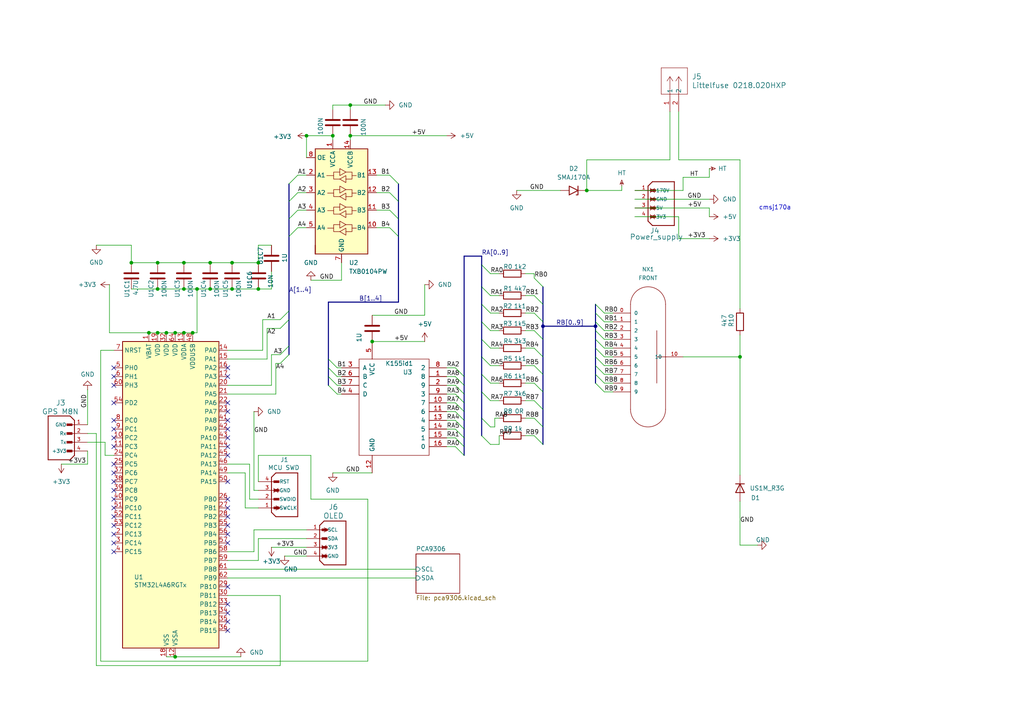
<source format=kicad_sch>
(kicad_sch (version 20250114) (generator "eeschema") (generator_version "9.0")
  (paper "A4")
  (title_block (title "One-Nixie-Tube Clock 2"))
  (text "cmsj170a" (at 224.79 60.325 0) (effects (font (size 1.27 1.27))))
  (junction (at 57.15 83.82))
  (junction (at 67.31 83.82))
  (junction (at 60.96 83.82))
  (junction (at 50.8 96.52))
  (junction (at 53.34 83.82))
  (junction (at 170.18 55.245))
  (junction (at 60.96 76.2))
  (junction (at 50.8 190.5))
  (junction (at 101.6 30.48))
  (junction (at 53.34 96.52))
  (junction (at 96.52 39.37))
  (junction (at 107.95 99.06))
  (junction (at 38.1 76.2))
  (junction (at 172.72 94.615))
  (junction (at 101.6 39.37))
  (junction (at 43.18 96.52))
  (junction (at 53.34 76.2))
  (junction (at 157.48 94.615))
  (junction (at 214.63 103.505))
  (junction (at 74.93 76.2))
  (junction (at 55.88 96.52))
  (junction (at 45.72 96.52))
  (junction (at 45.72 83.82))
  (junction (at 45.72 76.2))
  (junction (at 88.9 39.37))
  (junction (at 67.31 76.2))
  (junction (at 74.93 83.82))
  (junction (at 48.26 96.52))
  (no_connect (at 33.02 160.02))
  (no_connect (at 66.04 147.32))
  (no_connect (at 66.04 132.08))
  (no_connect (at 33.02 144.78))
  (no_connect (at 66.04 149.86))
  (no_connect (at 66.04 139.7))
  (no_connect (at 66.04 152.4))
  (no_connect (at 66.04 154.94))
  (no_connect (at 33.02 154.94))
  (no_connect (at 33.02 127))
  (no_connect (at 66.04 129.54))
  (no_connect (at 66.04 175.26))
  (no_connect (at 33.02 116.84))
  (no_connect (at 66.04 177.8))
  (no_connect (at 66.04 180.34))
  (no_connect (at 33.02 139.7))
  (no_connect (at 33.02 129.54))
  (no_connect (at 33.02 109.22))
  (no_connect (at 33.02 121.92))
  (no_connect (at 66.04 121.92))
  (no_connect (at 33.02 137.16))
  (no_connect (at 33.02 134.62))
  (no_connect (at 66.04 106.68))
  (no_connect (at 33.02 152.4))
  (no_connect (at 66.04 127))
  (no_connect (at 66.04 109.22))
  (no_connect (at 33.02 149.86))
  (no_connect (at 66.04 116.84))
  (no_connect (at 66.04 170.18))
  (no_connect (at 66.04 119.38))
  (no_connect (at 33.02 147.32))
  (no_connect (at 33.02 124.46))
  (no_connect (at 33.02 111.76))
  (no_connect (at 66.04 157.48))
  (no_connect (at 33.02 157.48))
  (no_connect (at 66.04 144.78))
  (no_connect (at 66.04 124.46))
  (no_connect (at 66.04 182.88))
  (no_connect (at 33.02 106.68))
  (no_connect (at 33.02 142.24))
  (bus_entry (at 139.7 93.345) (size 2.54 2.54))
  (bus_entry (at 154.94 121.285) (size 2.54 2.54))
  (bus_entry (at 154.94 95.885) (size 2.54 2.54))
  (bus_entry (at 132.08 114.3) (size 2.54 2.54))
  (bus_entry (at 86.36 50.8) (size -2.54 2.54))
  (bus_entry (at 154.94 100.965) (size 2.54 2.54))
  (bus_entry (at 132.08 111.76) (size 2.54 2.54))
  (bus_entry (at 95.25 104.14) (size 2.54 2.54))
  (bus_entry (at 95.25 111.76) (size 2.54 2.54))
  (bus_entry (at 172.72 103.505) (size 2.54 2.54))
  (bus_entry (at 172.72 88.265) (size 2.54 2.54))
  (bus_entry (at 172.72 98.425) (size 2.54 2.54))
  (bus_entry (at 86.36 66.04) (size -2.54 2.54))
  (bus_entry (at 95.25 106.68) (size 2.54 2.54))
  (bus_entry (at 172.72 108.585) (size 2.54 2.54))
  (bus_entry (at 132.08 127) (size 2.54 2.54))
  (bus_entry (at 172.72 95.885) (size 2.54 2.54))
  (bus_entry (at 83.82 90.17) (size -2.54 2.54))
  (bus_entry (at 139.7 76.835) (size 2.54 2.54))
  (bus_entry (at 83.82 102.87) (size -2.54 2.54))
  (bus_entry (at 139.7 113.665) (size 2.54 2.54))
  (bus_entry (at 172.72 100.965) (size 2.54 2.54))
  (bus_entry (at 139.7 126.365) (size 2.54 2.54))
  (bus_entry (at 83.82 92.71) (size -2.54 2.54))
  (bus_entry (at 139.7 83.185) (size 2.54 2.54))
  (bus_entry (at 154.94 126.365) (size 2.54 2.54))
  (bus_entry (at 139.7 108.585) (size 2.54 2.54))
  (bus_entry (at 113.03 66.04) (size 2.54 2.54))
  (bus_entry (at 132.08 106.68) (size 2.54 2.54))
  (bus_entry (at 154.94 116.205) (size 2.54 2.54))
  (bus_entry (at 132.08 124.46) (size 2.54 2.54))
  (bus_entry (at 132.08 119.38) (size 2.54 2.54))
  (bus_entry (at 83.82 100.33) (size -2.54 2.54))
  (bus_entry (at 154.94 80.645) (size 2.54 2.54))
  (bus_entry (at 132.08 129.54) (size 2.54 2.54))
  (bus_entry (at 139.7 103.505) (size 2.54 2.54))
  (bus_entry (at 154.94 106.045) (size 2.54 2.54))
  (bus_entry (at 113.03 60.96) (size 2.54 2.54))
  (bus_entry (at 139.7 88.265) (size 2.54 2.54))
  (bus_entry (at 132.08 116.84) (size 2.54 2.54))
  (bus_entry (at 139.7 98.425) (size 2.54 2.54))
  (bus_entry (at 154.94 90.805) (size 2.54 2.54))
  (bus_entry (at 172.72 106.045) (size 2.54 2.54))
  (bus_entry (at 113.03 55.88) (size 2.54 2.54))
  (bus_entry (at 154.94 85.725) (size 2.54 2.54))
  (bus_entry (at 113.03 50.8) (size 2.54 2.54))
  (bus_entry (at 154.94 111.125) (size 2.54 2.54))
  (bus_entry (at 132.08 121.92) (size 2.54 2.54))
  (bus_entry (at 86.36 55.88) (size -2.54 2.54))
  (bus_entry (at 172.72 111.125) (size 2.54 2.54))
  (bus_entry (at 172.72 90.805) (size 2.54 2.54))
  (bus_entry (at 95.25 109.22) (size 2.54 2.54))
  (bus_entry (at 172.72 93.345) (size 2.54 2.54))
  (bus_entry (at 83.82 63.5) (size 2.54 -2.54))
  (bus_entry (at 132.08 109.22) (size 2.54 2.54))
  (bus_entry (at 139.7 121.285) (size 2.54 2.54))
  (wire (pts (xy 214.63 103.505) (xy 214.63 137.795)))
  (wire (pts (xy 129.54 119.38) (xy 132.08 119.38)))
  (wire (pts (xy 86.36 60.96) (xy 88.9 60.96)))
  (wire (pts (xy 57.15 83.82) (xy 60.96 83.82)))
  (wire (pts (xy 90.17 144.78) (xy 90.17 132.08)))
  (wire (pts (xy 27.94 71.12) (xy 38.1 71.12)))
  (wire (pts (xy 129.54 106.68) (xy 132.08 106.68)))
  (wire (pts (xy 129.54 114.3) (xy 132.08 114.3)))
  (wire (pts (xy 66.04 111.76) (xy 78.74 111.76)))
  (wire (pts (xy 73.66 160.02) (xy 73.66 153.67)))
  (bus (pts (xy 95.25 104.14) (xy 95.25 106.68)))
  (wire (pts (xy 72.39 144.78) (xy 72.39 134.62)))
  (bus (pts (xy 172.72 103.505) (xy 172.72 106.045)))
  (wire (pts (xy 66.04 137.16) (xy 71.12 137.16)))
  (wire (pts (xy 107.95 99.06) (xy 123.19 99.06)))
  (wire (pts (xy 107.95 91.44) (xy 123.19 91.44)))
  (wire (pts (xy 31.75 96.52) (xy 43.18 96.52)))
  (wire (pts (xy 74.93 142.24) (xy 73.66 142.24)))
  (wire (pts (xy 67.31 83.82) (xy 74.93 83.82)))
  (wire (pts (xy 152.4 95.885) (xy 154.94 95.885)))
  (wire (pts (xy 71.12 147.32) (xy 71.12 137.16)))
  (bus (pts (xy 115.57 68.58) (xy 115.57 87.63)))
  (wire (pts (xy 152.4 116.205) (xy 154.94 116.205)))
  (wire (pts (xy 101.6 39.37) (xy 129.54 39.37)))
  (wire (pts (xy 142.24 90.805) (xy 144.78 90.805)))
  (wire (pts (xy 142.24 111.125) (xy 144.78 111.125)))
  (wire (pts (xy 27.94 193.04) (xy 81.28 193.04)))
  (wire (pts (xy 175.26 95.885) (xy 177.8 95.885)))
  (wire (pts (xy 196.85 69.215) (xy 196.85 62.865)))
  (wire (pts (xy 88.9 39.37) (xy 88.9 45.72)))
  (wire (pts (xy 196.85 46.355) (xy 214.63 46.355)))
  (wire (pts (xy 74.93 156.21) (xy 88.9 156.21)))
  (wire (pts (xy 73.66 153.67) (xy 88.9 153.67)))
  (wire (pts (xy 101.6 30.48) (xy 111.76 30.48)))
  (bus (pts (xy 139.7 121.285) (xy 139.7 126.365)))
  (wire (pts (xy 152.4 90.805) (xy 154.94 90.805)))
  (wire (pts (xy 96.52 30.48) (xy 101.6 30.48)))
  (bus (pts (xy 134.62 127) (xy 134.62 129.54)))
  (wire (pts (xy 27.94 193.04) (xy 27.94 125.73)))
  (bus (pts (xy 157.48 108.585) (xy 157.48 103.505)))
  (wire (pts (xy 109.22 50.8) (xy 113.03 50.8)))
  (wire (pts (xy 175.26 98.425) (xy 177.8 98.425)))
  (bus (pts (xy 172.72 90.805) (xy 172.72 93.345)))
  (wire (pts (xy 96.52 137.16) (xy 107.95 137.16)))
  (wire (pts (xy 142.24 95.885) (xy 144.78 95.885)))
  (wire (pts (xy 154.94 79.375) (xy 154.94 80.645)))
  (wire (pts (xy 106.68 191.77) (xy 106.68 144.78)))
  (wire (pts (xy 109.22 55.88) (xy 113.03 55.88)))
  (bus (pts (xy 95.25 109.22) (xy 95.25 111.76)))
  (wire (pts (xy 143.51 123.825) (xy 143.51 121.285)))
  (wire (pts (xy 29.21 191.77) (xy 29.21 101.6)))
  (wire (pts (xy 184.15 60.325) (xy 205.74 60.325)))
  (wire (pts (xy 175.26 111.125) (xy 177.8 111.125)))
  (wire (pts (xy 142.24 116.205) (xy 144.78 116.205)))
  (wire (pts (xy 143.51 121.285) (xy 144.78 121.285)))
  (wire (pts (xy 90.17 81.28) (xy 99.06 81.28)))
  (wire (pts (xy 29.21 101.6) (xy 33.02 101.6)))
  (wire (pts (xy 144.78 128.905) (xy 144.78 126.365)))
  (wire (pts (xy 152.4 111.125) (xy 154.94 111.125)))
  (wire (pts (xy 175.26 90.805) (xy 177.8 90.805)))
  (wire (pts (xy 66.04 162.56) (xy 74.93 162.56)))
  (bus (pts (xy 139.7 93.345) (xy 139.7 98.425)))
  (bus (pts (xy 134.62 114.3) (xy 134.62 116.84)))
  (bus (pts (xy 134.62 74.295) (xy 139.7 74.295)))
  (bus (pts (xy 157.48 123.825) (xy 157.48 128.905)))
  (bus (pts (xy 134.62 129.54) (xy 134.62 132.08)))
  (wire (pts (xy 96.52 39.37) (xy 96.52 40.64)))
  (wire (pts (xy 129.54 129.54) (xy 132.08 129.54)))
  (bus (pts (xy 139.7 76.835) (xy 139.7 83.185)))
  (wire (pts (xy 142.24 79.375) (xy 144.78 79.375)))
  (wire (pts (xy 106.68 144.78) (xy 90.17 144.78)))
  (wire (pts (xy 214.63 145.415) (xy 214.63 158.115)))
  (wire (pts (xy 66.04 101.6) (xy 76.2 101.6)))
  (wire (pts (xy 78.74 83.82) (xy 78.74 78.74)))
  (bus (pts (xy 83.82 58.42) (xy 83.82 63.5)))
  (bus (pts (xy 172.72 100.965) (xy 172.72 103.505)))
  (bus (pts (xy 139.7 113.665) (xy 139.7 121.285)))
  (wire (pts (xy 196.85 46.355) (xy 196.85 32.385)))
  (wire (pts (xy 129.54 111.76) (xy 132.08 111.76)))
  (wire (pts (xy 86.36 55.88) (xy 88.9 55.88)))
  (wire (pts (xy 81.28 193.04) (xy 81.28 172.72)))
  (wire (pts (xy 66.04 160.02) (xy 73.66 160.02)))
  (wire (pts (xy 152.4 79.375) (xy 154.94 79.375)))
  (wire (pts (xy 78.74 158.75) (xy 88.9 158.75)))
  (wire (pts (xy 152.4 121.285) (xy 154.94 121.285)))
  (wire (pts (xy 80.01 114.3) (xy 80.01 105.41)))
  (bus (pts (xy 139.7 83.185) (xy 139.7 88.265)))
  (wire (pts (xy 66.04 165.1) (xy 120.65 165.1)))
  (wire (pts (xy 30.48 132.08) (xy 30.48 128.27)))
  (wire (pts (xy 184.15 55.245) (xy 198.12 55.245)))
  (wire (pts (xy 97.79 109.22) (xy 99.06 109.22)))
  (wire (pts (xy 53.34 76.2) (xy 60.96 76.2)))
  (bus (pts (xy 172.72 94.615) (xy 172.72 95.885)))
  (bus (pts (xy 157.48 93.345) (xy 157.48 88.265)))
  (bus (pts (xy 95.25 87.63) (xy 115.57 87.63)))
  (bus (pts (xy 172.72 90.805) (xy 172.72 88.265)))
  (wire (pts (xy 45.72 96.52) (xy 48.26 96.52)))
  (bus (pts (xy 83.82 63.5) (xy 83.82 68.58)))
  (wire (pts (xy 142.24 100.965) (xy 144.78 100.965)))
  (wire (pts (xy 45.72 83.82) (xy 53.34 83.82)))
  (bus (pts (xy 172.72 93.345) (xy 172.72 94.615)))
  (wire (pts (xy 66.04 167.64) (xy 120.65 167.64)))
  (wire (pts (xy 152.4 85.725) (xy 154.94 85.725)))
  (wire (pts (xy 175.26 100.965) (xy 177.8 100.965)))
  (wire (pts (xy 74.93 147.32) (xy 71.12 147.32)))
  (wire (pts (xy 198.12 51.435) (xy 205.74 51.435)))
  (bus (pts (xy 172.72 106.045) (xy 172.72 108.585)))
  (wire (pts (xy 198.12 51.435) (xy 198.12 55.245)))
  (wire (pts (xy 80.01 105.41) (xy 81.28 105.41)))
  (wire (pts (xy 90.17 132.08) (xy 74.93 132.08)))
  (wire (pts (xy 175.26 108.585) (xy 177.8 108.585)))
  (wire (pts (xy 175.26 103.505) (xy 177.8 103.505)))
  (wire (pts (xy 74.93 83.82) (xy 78.74 83.82)))
  (wire (pts (xy 66.04 104.14) (xy 77.47 104.14)))
  (bus (pts (xy 157.48 88.265) (xy 157.48 83.185)))
  (wire (pts (xy 67.31 76.2) (xy 74.93 76.2)))
  (wire (pts (xy 29.21 191.77) (xy 106.68 191.77)))
  (wire (pts (xy 99.06 76.2) (xy 99.06 81.28)))
  (wire (pts (xy 101.6 31.75) (xy 101.6 30.48)))
  (wire (pts (xy 53.34 83.82) (xy 57.15 83.82)))
  (wire (pts (xy 142.24 123.825) (xy 143.51 123.825)))
  (wire (pts (xy 86.36 50.8) (xy 88.9 50.8)))
  (wire (pts (xy 97.79 106.68) (xy 99.06 106.68)))
  (bus (pts (xy 95.25 87.63) (xy 95.25 104.14)))
  (wire (pts (xy 74.93 71.12) (xy 78.74 71.12)))
  (wire (pts (xy 25.4 113.03) (xy 25.4 123.19)))
  (wire (pts (xy 129.54 121.92) (xy 132.08 121.92)))
  (wire (pts (xy 129.54 124.46) (xy 132.08 124.46)))
  (bus (pts (xy 134.62 124.46) (xy 134.62 127)))
  (wire (pts (xy 180.34 55.245) (xy 180.34 53.975)))
  (bus (pts (xy 95.25 106.68) (xy 95.25 109.22)))
  (wire (pts (xy 88.9 39.37) (xy 96.52 39.37)))
  (wire (pts (xy 27.94 125.73) (xy 25.4 125.73)))
  (bus (pts (xy 157.48 118.745) (xy 157.48 113.665)))
  (wire (pts (xy 50.8 96.52) (xy 53.34 96.52)))
  (wire (pts (xy 30.48 128.27) (xy 25.4 128.27)))
  (wire (pts (xy 45.72 76.2) (xy 53.34 76.2)))
  (wire (pts (xy 48.26 190.5) (xy 50.8 190.5)))
  (bus (pts (xy 172.72 95.885) (xy 172.72 98.425)))
  (wire (pts (xy 78.74 102.87) (xy 81.28 102.87)))
  (wire (pts (xy 60.96 83.82) (xy 67.31 83.82)))
  (wire (pts (xy 152.4 106.045) (xy 154.94 106.045)))
  (wire (pts (xy 142.24 106.045) (xy 144.78 106.045)))
  (wire (pts (xy 25.4 134.62) (xy 25.4 130.81)))
  (wire (pts (xy 123.19 82.55) (xy 123.19 91.44)))
  (wire (pts (xy 152.4 100.965) (xy 154.94 100.965)))
  (wire (pts (xy 17.78 134.62) (xy 25.4 134.62)))
  (bus (pts (xy 157.48 103.505) (xy 157.48 98.425)))
  (wire (pts (xy 57.15 83.82) (xy 57.15 96.52)))
  (wire (pts (xy 77.47 104.14) (xy 77.47 95.25)))
  (wire (pts (xy 175.26 113.665) (xy 177.8 113.665)))
  (wire (pts (xy 214.63 103.505) (xy 198.12 103.505)))
  (bus (pts (xy 139.7 103.505) (xy 139.7 108.585)))
  (bus (pts (xy 134.62 116.84) (xy 134.62 119.38)))
  (wire (pts (xy 74.93 71.12) (xy 74.93 76.2)))
  (wire (pts (xy 66.04 134.62) (xy 72.39 134.62)))
  (bus (pts (xy 157.48 113.665) (xy 157.48 108.585)))
  (wire (pts (xy 74.93 132.08) (xy 74.93 139.7)))
  (wire (pts (xy 76.2 101.6) (xy 76.2 92.71)))
  (wire (pts (xy 55.88 96.52) (xy 57.15 96.52)))
  (wire (pts (xy 78.74 111.76) (xy 78.74 102.87)))
  (bus (pts (xy 134.62 119.38) (xy 134.62 121.92)))
  (wire (pts (xy 43.18 96.52) (xy 45.72 96.52)))
  (wire (pts (xy 66.04 114.3) (xy 80.01 114.3)))
  (bus (pts (xy 134.62 111.76) (xy 134.62 114.3)))
  (wire (pts (xy 76.2 92.71) (xy 81.28 92.71)))
  (wire (pts (xy 86.36 66.04) (xy 88.9 66.04)))
  (bus (pts (xy 139.7 74.295) (xy 139.7 76.835)))
  (wire (pts (xy 38.1 83.82) (xy 45.72 83.82)))
  (wire (pts (xy 175.26 106.045) (xy 177.8 106.045)))
  (bus (pts (xy 172.72 108.585) (xy 172.72 111.125)))
  (wire (pts (xy 170.18 46.355) (xy 194.31 46.355)))
  (bus (pts (xy 83.82 53.34) (xy 83.82 58.42)))
  (wire (pts (xy 205.74 60.325) (xy 205.74 62.865)))
  (wire (pts (xy 96.52 31.75) (xy 96.52 30.48)))
  (bus (pts (xy 134.62 121.92) (xy 134.62 124.46)))
  (wire (pts (xy 214.63 97.155) (xy 214.63 103.505)))
  (bus (pts (xy 83.82 92.71) (xy 83.82 100.33)))
  (bus (pts (xy 115.57 53.34) (xy 115.57 58.42)))
  (bus (pts (xy 139.7 98.425) (xy 139.7 103.505)))
  (bus (pts (xy 139.7 88.265) (xy 139.7 93.345)))
  (wire (pts (xy 31.75 82.55) (xy 31.75 96.52)))
  (bus (pts (xy 115.57 58.42) (xy 115.57 63.5)))
  (bus (pts (xy 139.7 108.585) (xy 139.7 113.665)))
  (wire (pts (xy 74.93 162.56) (xy 74.93 156.21)))
  (wire (pts (xy 50.8 190.5) (xy 69.85 190.5)))
  (wire (pts (xy 142.24 128.905) (xy 144.78 128.905)))
  (bus (pts (xy 157.48 94.615) (xy 172.72 94.615)))
  (wire (pts (xy 82.55 161.29) (xy 88.9 161.29)))
  (bus (pts (xy 172.72 98.425) (xy 172.72 100.965)))
  (wire (pts (xy 152.4 126.365) (xy 154.94 126.365)))
  (bus (pts (xy 83.82 90.17) (xy 83.82 92.71)))
  (wire (pts (xy 170.18 55.245) (xy 180.34 55.245)))
  (wire (pts (xy 142.24 85.725) (xy 144.78 85.725)))
  (wire (pts (xy 129.54 109.22) (xy 132.08 109.22)))
  (wire (pts (xy 205.74 51.435) (xy 205.74 48.895)))
  (wire (pts (xy 60.96 76.2) (xy 67.31 76.2)))
  (bus (pts (xy 115.57 63.5) (xy 115.57 68.58)))
  (wire (pts (xy 109.22 60.96) (xy 113.03 60.96)))
  (wire (pts (xy 214.63 46.355) (xy 214.63 89.535)))
  (wire (pts (xy 219.71 158.115) (xy 214.63 158.115)))
  (wire (pts (xy 184.15 62.865) (xy 196.85 62.865)))
  (wire (pts (xy 129.54 116.84) (xy 132.08 116.84)))
  (wire (pts (xy 97.79 114.3) (xy 99.06 114.3)))
  (bus (pts (xy 157.48 94.615) (xy 157.48 93.345)))
  (wire (pts (xy 53.34 96.52) (xy 55.88 96.52)))
  (wire (pts (xy 184.15 57.785) (xy 205.74 57.785)))
  (wire (pts (xy 109.22 66.04) (xy 113.03 66.04)))
  (wire (pts (xy 66.04 172.72) (xy 81.28 172.72)))
  (wire (pts (xy 77.47 95.25) (xy 81.28 95.25)))
  (wire (pts (xy 38.1 71.12) (xy 38.1 76.2)))
  (wire (pts (xy 30.48 132.08) (xy 33.02 132.08)))
  (wire (pts (xy 38.1 76.2) (xy 45.72 76.2)))
  (bus (pts (xy 134.62 109.22) (xy 134.62 111.76)))
  (wire (pts (xy 48.26 96.52) (xy 50.8 96.52)))
  (bus (pts (xy 157.48 98.425) (xy 157.48 94.615)))
  (bus (pts (xy 157.48 123.825) (xy 157.48 118.745)))
  (wire (pts (xy 73.66 142.24) (xy 73.66 119.38)))
  (wire (pts (xy 170.18 46.355) (xy 170.18 55.245)))
  (wire (pts (xy 101.6 39.37) (xy 101.6 40.64)))
  (bus (pts (xy 83.82 100.33) (xy 83.82 102.87)))
  (wire (pts (xy 194.31 46.355) (xy 194.31 32.385)))
  (wire (pts (xy 129.54 127) (xy 132.08 127)))
  (wire (pts (xy 74.93 144.78) (xy 72.39 144.78)))
  (bus (pts (xy 134.62 74.295) (xy 134.62 109.22)))
  (wire (pts (xy 175.26 93.345) (xy 177.8 93.345)))
  (wire (pts (xy 196.85 69.215) (xy 205.74 69.215)))
  (wire (pts (xy 149.86 55.245) (xy 162.56 55.245)))
  (bus (pts (xy 83.82 68.58) (xy 83.82 90.17)))
  (wire (pts (xy 97.79 111.76) (xy 99.06 111.76)))
  (label "GND" (at 92.71 81.28 0))
  (label "A1" (at 86.36 50.8 0))
  (label "RB6" (at 152.4 111.125 0))
  (label "B4" (at 97.79 114.3 0))
  (label "RB8" (at 152.4 121.285 0))
  (label "GND" (at 199.39 57.785 0))
  (label "RB2" (at 175.26 95.885 0))
  (label "RA6" (at 142.24 111.125 0))
  (label "GND" (at 114.3 91.44 0))
  (label "RB4" (at 152.4 100.965 0))
  (label "A4" (at 86.36 66.04 0))
  (label "RA8" (at 143.51 121.285 0))
  (label "B3" (at 97.79 111.76 0))
  (label "RA1" (at 129.54 127 0))
  (label "B2" (at 110.49 55.88 0))
  (label "RA7" (at 129.54 116.84 0))
  (label "RA2" (at 129.54 106.68 0))
  (label "RB9" (at 175.26 113.665 0))
  (label "+3V3" (at 199.39 69.215 0))
  (label "RA3" (at 129.54 114.3 0))
  (label "RB6" (at 175.26 106.045 0))
  (label "+3V3" (at 80.01 158.75 0))
  (label "RA0" (at 129.54 129.54 0))
  (label "RA4" (at 129.54 121.92 0))
  (label "GND" (at 153.67 55.245 0))
  (label "RA3" (at 142.24 95.885 0))
  (label "GND" (at 25.4 114.3 270))
  (label "GND" (at 100.33 137.16 0))
  (label "+5V" (at 199.39 60.325 0))
  (label "B4" (at 110.49 66.04 0))
  (label "RB3" (at 152.4 95.885 0))
  (label "B[1..4]" (at 104.14 87.63 0))
  (label "A3" (at 79.375 102.87 0))
  (label "A3" (at 86.36 60.96 0))
  (label "A2" (at 77.47 97.155 0))
  (label "RB0" (at 175.26 90.805 0))
  (label "RB9" (at 152.4 126.365 0))
  (label "RB5" (at 152.4 106.045 0))
  (label "RB2" (at 152.4 90.805 0))
  (label "RB[0..9]" (at 161.29 94.615 0))
  (label "B2" (at 97.79 109.22 0))
  (label "RB3" (at 175.26 98.425 0))
  (label "RB7" (at 175.26 108.585 0))
  (label "RB0" (at 154.94 80.645 0))
  (label "RA0" (at 142.24 79.375 0))
  (label "RA[0..9]" (at 139.7 74.295 0))
  (label "B1" (at 110.49 50.8 0))
  (label "+3V3" (at 19.685 134.62 0))
  (label "A1" (at 77.47 92.71 0))
  (label "RA9" (at 129.54 111.76 0))
  (label "RA8" (at 129.54 109.22 0))
  (label "RA2" (at 142.24 90.805 0))
  (label "A[1..4]" (at 83.82 85.09 0))
  (label "RB1" (at 152.4 85.725 0))
  (label "RA9" (at 144.78 126.365 0))
  (label "+5V" (at 119.38 39.37 0))
  (label "+5V" (at 114.3 99.06 0))
  (label "HT" (at 200.0633 51.435 0))
  (label "RB5" (at 175.26 103.505 0))
  (label "RB1" (at 175.26 93.345 0))
  (label "GND" (at 105.41 30.48 0))
  (label "GND" (at 214.63 151.765 0))
  (label "GND" (at 85.09 161.29 0))
  (label "A2" (at 86.36 55.88 0))
  (label "B1" (at 97.79 106.68 0))
  (label "RB4" (at 175.26 100.965 0))
  (label "RA4" (at 142.24 100.965 0))
  (label "B3" (at 110.49 60.96 0))
  (label "GND" (at 73.66 125.73 0))
  (label "RA1" (at 142.24 85.725 0))
  (label "RB8" (at 175.26 111.125 0))
  (label "RA7" (at 142.24 116.205 0))
  (label "RA6" (at 129.54 119.38 0))
  (label "RB7" (at 152.4 116.205 0))
  (label "RA5" (at 129.54 124.46 0))
  (label "RA5" (at 142.24 106.045 0))
  (label "A4" (at 80.01 107.315 0))
  (symbol (lib_id "power:HT") (at 205.74 48.895 270) (unit 1)
    (property "Reference" "#PWR01" (effects (hide yes)))
    (property "Value" "HT" (at 208.28 48.895 90) (effects (justify left)))
    (property "Description" "Power symbol creates a global label with name \"HT\"" (effects (hide yes)))
  )
  (symbol (lib_name "GND_4") (lib_id "power:GND") (at 69.85 190.5 180) (unit 1)
    (property "Reference" "#PWR08" (effects (hide yes)))
    (property "Value" "GND" (at 72.39 189.2299 0) (effects (justify right)))
    (property "Description" "Power symbol creates a global label with name \"GND\" , ground" (effects (hide yes)))
  )
  (symbol (lib_id "Device:C") (at 60.96 80.01 0) (unit 1)
    (property "Reference" "U1C4" (at 59.055 86.36 90) (effects (justify left)))
    (property "Value" "100N" (at 62.865 86.36 90) (effects (justify left)))
    (property "Footprint" "Capacitor_SMD:C_0603_1608Metric" (effects (hide yes)))
  )
  (symbol (lib_id "Logic_LevelTranslator:TXB0104PW") (at 99.06 58.42 0) (unit 1)
    (property "Reference" "U2" (at 101.2033 76.2 0) (effects (justify left)))
    (property "Value" "TXB0104PW" (at 101.2033 78.74 0) (effects (justify left)))
    (property "Footprint" "Package_SO:TSSOP-14_4.4x5mm_P0.65mm" (effects (hide yes)))
    (property "Datasheet" "http://www.ti.com/lit/ds/symlink/txb0104.pdf" (effects (hide yes)))
    (property "Description" "4-Bit Bidirectional Voltage-Level Translator, Auto Direction Sensing and ±15-kV ESD Protection, 1.2 - 3.6V APort, 1.65 - 5.5V BPort, TSSOP-14" (effects (hide yes)))
  )
  (symbol (lib_name "+3V3_5") (lib_id "power:+3V3") (at 78.74 158.75 180) (unit 1)
    (property "Reference" "#PWR021" (effects (hide yes)))
    (property "Value" "+3V3" (at 78.74 162.814 0))
    (property "Description" "Power symbol creates a global label with name \"+3V3\"" (effects (hide yes)))
  )
  (symbol (lib_name "GND_7") (lib_id "power:GND") (at 123.19 82.55 90) (unit 1)
    (property "Reference" "#PWR014" (effects (hide yes)))
    (property "Value" "GND" (at 127 82.5499 90) (effects (justify right)))
    (property "Description" "Power symbol creates a global label with name \"GND\" , ground" (effects (hide yes)))
  )
  (symbol (lib_id "power:+5V") (at 205.74 62.865 270) (unit 1)
    (property "Reference" "#PWR03" (effects (hide yes)))
    (property "Value" "+5V" (at 209.55 62.8649 90) (effects (justify left)))
    (property "Description" "Power symbol creates a global label with name \"+5V\"" (effects (hide yes)))
  )
  (symbol (lib_id "Device:C") (at 101.6 35.56 180) (unit 1)
    (property "Reference" "U2C2" (effects (hide yes)))
    (property "Value" "100N" (at 105.41 34.29 90) (effects (justify left)))
    (property "Footprint" "Capacitor_SMD:C_0805_2012Metric" (effects (hide yes)))
  )
  (symbol (lib_id "Device:R") (at 148.59 85.725 270) (unit 1)
    (property "Reference" "R1" (at 147.32 83.693 90))
    (property "Value" "4k7" (at 150.876 83.693 90))
    (property "Footprint" "Resistor_SMD:R_1206_3216Metric" (effects (hide yes)))
  )
  (symbol (lib_name "+5V_3") (lib_id "power:+5V") (at 123.19 99.06 0) (unit 1)
    (property "Reference" "#PWR015" (effects (hide yes)))
    (property "Value" "+5V" (at 123.19 93.98 0))
    (property "Description" "Power symbol creates a global label with name \"+5V\"" (effects (hide yes)))
  )
  (symbol (lib_name "+3V3_2") (lib_id "power:+3V3") (at 88.9 39.37 90) (unit 1)
    (property "Reference" "#PWR011" (effects (hide yes)))
    (property "Value" "+3V3" (at 84.548 39.6195 90) (effects (justify left)))
    (property "Description" "Power symbol creates a global label with name \"+3V3\"" (effects (hide yes)))
  )
  (symbol (lib_id "Diode:SMAJ170A") (at 166.37 55.245 180) (unit 1)
    (property "Reference" "D2" (at 166.37 48.895 0))
    (property "Value" "SMAJ170A" (at 166.37 51.435 0))
    (property "Footprint" "Diode_SMD:D_SMA" (effects (hide yes)))
    (property "Datasheet" "https://www.littelfuse.com/media?resourcetype=datasheets&itemid=75e32973-b177-4ee3-a0ff-cedaf1abdb93&filename=smaj-datasheet" (effects (hide yes)))
    (property "Description" "400W unidirectional Transient Voltage Suppressor, 170.0Vr, SMA(DO-214AC)" (effects (hide yes)))
  )
  (symbol (lib_name "+3V3_3") (lib_id "power:+3V3") (at 31.75 82.55 90) (unit 1)
    (property "Reference" "#PWR012" (effects (hide yes)))
    (property "Value" "+3V3" (at 27.94 82.5499 90) (effects (justify left)))
    (property "Description" "Power symbol creates a global label with name \"+3V3\"" (effects (hide yes)))
  )
  (symbol (lib_id "Device:R") (at 148.59 100.965 90) (unit 1)
    (property "Reference" "R4" (at 147.32 98.933 90))
    (property "Value" "3k3" (at 150.876 98.933 90))
    (property "Footprint" "Resistor_SMD:R_1206_3216Metric" (effects (hide yes)))
  )
  (symbol (lib_id "Device:R") (at 148.59 106.045 90) (unit 1)
    (property "Reference" "R5" (at 147.32 104.013 90))
    (property "Value" "1k1" (at 150.876 104.013 90))
    (property "Footprint" "Resistor_SMD:R_1206_3216Metric" (effects (hide yes)))
  )
  (symbol (lib_id "Device:R") (at 148.59 90.805 90) (unit 1)
    (property "Reference" "R2" (at 148.59 88.773 90) (effects (justify left)))
    (property "Value" "1k1" (at 152.654 88.773 90) (effects (justify left)))
    (property "Footprint" "Resistor_SMD:R_1206_3216Metric" (effects (hide yes)))
  )
  (symbol (lib_id "Device:R") (at 214.63 93.345 0) (unit 1)
    (property "Reference" "R10" (at 212.09 94.869 90) (effects (justify left)))
    (property "Value" "4k7" (at 210.058 94.869 90) (effects (justify left)))
    (property "Footprint" "Resistor_SMD:R_2512_6332Metric" (effects (hide yes)))
  )
  (symbol (lib_id "JST-XH-B4B-OPWER:B4B-XH-B4B-POWER") (at 191.77 57.785 0) (unit 1)
    (property "Reference" "J4" (at 188.468 66.929 0) (effects (font (size 1.524 1.524)) (justify left)))
    (property "Value" "Power_supply" (at 182.626 68.707 0) (effects (font (size 1.524 1.524)) (justify left)))
    (property "Footprint" "Connector_JST:JST_XH_B4B-XH-A_1x04_P2.50mm_Vertical" (effects (hide yes)))
    (property "PARTREV" "7/4/21" (effects (hide yes)))
    (property "STANDARD" "Manufacturer Recommendations" (effects (hide yes)))
    (property "MAXIMUM_PACKAGE_HEIGHT" "7.00 mm" (effects (hide yes)))
    (property "MANUFACTURER" "JST" (effects (hide yes)))
  )
  (symbol (lib_name "+3V3_4") (lib_id "power:+3V3") (at 17.78 134.62 180) (unit 1)
    (property "Reference" "#PWR020" (effects (hide yes)))
    (property "Value" "+3V3" (at 17.78 139.7 0))
    (property "Description" "Power symbol creates a global label with name \"+3V3\"" (effects (hide yes)))
  )
  (symbol (lib_id "Device:C") (at 107.95 95.25 180) (unit 1)
    (property "Reference" "U3C1" (effects (hide yes)))
    (property "Value" "1U" (at 104.14 96.52 90) (effects (justify left)))
    (property "Footprint" "Capacitor_SMD:C_0805_2012Metric" (effects (hide yes)))
  )
  (symbol (lib_name "GND_8") (lib_id "power:GND") (at 149.86 55.245 0) (unit 1)
    (property "Reference" "#PWR016" (effects (hide yes)))
    (property "Value" "GND" (at 149.86 60.325 0))
    (property "Description" "Power symbol creates a global label with name \"GND\" , ground" (effects (hide yes)))
  )
  (symbol (lib_name "GND_5") (lib_id "power:GND") (at 96.52 137.16 0) (unit 1)
    (property "Reference" "#PWR09" (effects (hide yes)))
    (property "Value" "GND" (at 96.52 142.24 0))
    (property "Description" "Power symbol creates a global label with name \"GND\" , ground" (effects (hide yes)))
  )
  (symbol (lib_id "Device:C") (at 96.52 35.56 180) (unit 1)
    (property "Reference" "U2C1" (effects (hide yes)))
    (property "Value" "100N" (at 92.964 34.036 90) (effects (justify left)))
    (property "Footprint" "Capacitor_SMD:C_0805_2012Metric" (effects (hide yes)))
  )
  (symbol (lib_name "+5V_2") (lib_id "power:+5V") (at 129.54 39.37 270) (unit 1)
    (property "Reference" "#PWR013" (effects (hide yes)))
    (property "Value" "+5V" (at 133.35 39.3699 90) (effects (justify left)))
    (property "Description" "Power symbol creates a global label with name \"+5V\"" (effects (hide yes)))
  )
  (symbol (lib_name "GND_6") (lib_id "power:GND") (at 27.94 71.12 0) (unit 1)
    (property "Reference" "#PWR02" (effects (hide yes)))
    (property "Value" "GND" (at 27.94 76.1146 0))
    (property "Description" "Power symbol creates a global label with name \"GND\" , ground" (effects (hide yes)))
  )
  (symbol (lib_id "Device:R") (at 148.59 79.375 90) (unit 1)
    (property "Reference" "R0" (at 147.32 77.343 90))
    (property "Value" "1k2" (at 150.876 77.343 90))
    (property "Footprint" "Resistor_SMD:R_1206_3216Metric" (effects (hide yes)))
  )
  (symbol (lib_id "Device:R") (at 148.59 121.285 270) (mirror x) (unit 1)
    (property "Reference" "R8" (at 147.32 119.253 90))
    (property "Value" "0R" (at 150.622 119.253 90))
    (property "Footprint" "Resistor_SMD:R_1206_3216Metric" (effects (hide yes)))
  )
  (symbol (lib_name "GND_12") (lib_id "power:GND") (at 82.55 161.29 0) (unit 1)
    (property "Reference" "#PWR022" (effects (hide yes)))
    (property "Value" "GND" (at 84.328 165.1 0))
    (property "Description" "Power symbol creates a global label with name \"GND\" , ground" (effects (hide yes)))
  )
  (symbol (lib_id "Device:C") (at 38.1 80.01 0) (unit 1)
    (property "Reference" "U1C1" (at 36.83 86.36 90) (effects (justify left)))
    (property "Value" "4.7U" (at 39.37 85.725 90) (effects (justify left)))
    (property "Footprint" "Capacitor_SMD:C_0603_1608Metric" (effects (hide yes)))
  )
  (symbol (lib_id "Device:C") (at 74.93 80.01 0) (unit 1)
    (property "Reference" "U1C6" (at 72.39 83.82 90) (effects (justify left)))
    (property "Value" "10N" (at 78.486 83.566 90) (effects (justify left)))
    (property "Footprint" "Capacitor_SMD:C_0603_1608Metric" (effects (hide yes)))
  )
  (symbol (lib_id "stm32:STM32L4A6RGTx_OKOKOK") (at 48.26 144.78 0) (unit 1)
    (property "Reference" "U1" (at 38.862 167.386 0) (effects (justify left)))
    (property "Value" "STM32L4A6RGTx" (at 38.862 169.672 0) (effects (justify left)))
    (property "Footprint" "Package_QFP:LQFP-64_10x10mm_P0.5mm" (effects (hide yes)))
    (property "Datasheet" "https://www.st.com/resource/en/datasheet/stm32l4a6rg.pdf" (effects (hide yes)))
    (property "Description" "STMicroelectronics Arm Cortex-M4 MCU, 1024KB flash, 320KB RAM, 80 MHz, 1.71-3.6V, 52 GPIO, LQFP64" (effects (hide yes)))
  )
  (symbol (lib_name "GND_2") (lib_id "power:GND") (at 111.76 30.48 90) (unit 1)
    (property "Reference" "#PWR06" (effects (hide yes)))
    (property "Value" "GND" (at 115.57 30.4799 90) (effects (justify right)))
    (property "Description" "Power symbol creates a global label with name \"GND\" , ground" (effects (hide yes)))
  )
  (symbol (lib_id "nixiennixie:nixienixie") (at 187.96 106.045 0) (unit 1)
    (property "Reference" "NX1" (at 187.96 78.105 0) (effects (font (size 1.143 1.143))))
    (property "Value" "FRONT" (at 187.96 80.645 0) (effects (font (size 1.143 1.143))))
    (property "Footprint" "Nixie:nixie_socket_manual" (effects (hide yes)))
  )
  (symbol (lib_id "Device:R") (at 148.59 116.205 90) (unit 1)
    (property "Reference" "R7" (at 147.32 114.173 90))
    (property "Value" "3k6" (at 150.876 114.173 90))
    (property "Footprint" "Resistor_SMD:R_1206_3216Metric" (effects (hide yes)))
  )
  (symbol (lib_id "power:HT") (at 180.34 53.975 0) (unit 1)
    (property "Reference" "#PWR010" (effects (hide yes)))
    (property "Value" "HT" (at 180.34 50.1668 0))
    (property "Description" "Power symbol creates a global label with name \"HT\"" (effects (hide yes)))
  )
  (symbol (lib_id "power:GND") (at 205.74 57.785 90) (unit 1)
    (property "Reference" "#PWR017" (effects (hide yes)))
    (property "Value" "GND" (at 209.55 57.7849 90) (effects (justify right)))
    (property "Description" "Power symbol creates a global label with name \"GND\" , ground" (effects (hide yes)))
  )
  (symbol (lib_id "Diode:US1M") (at 214.63 141.605 270) (unit 1)
    (property "Reference" "D1" (at 220.472 144.399 90) (effects (justify right)))
    (property "Value" "US1M_R3G" (at 227.584 141.605 90) (effects (justify right)))
    (property "Footprint" "Diode_SMD:D_SMA" (effects (hide yes)))
    (property "Datasheet" "https://www.diodes.com/assets/Datasheets/ds16008.pdf" (effects (hide yes)))
    (property "Description" "1000V, 1A, General Purpose Rectifier Diode, SMA(DO-214AC)" (effects (hide yes)))
    (property "PARTREV" "L2102" (effects (hide yes)))
    (property "MANUFACTURER" "Taiwan Semiconductor" (effects (hide yes)))
    (property "MAXIMUM_PACKAGE_HEIGHT" "2.5 mm" (effects (hide yes)))
    (property "STANDARD" "IPC-7351B" (effects (hide yes)))
    (property "Sim.Device" "D" (effects (hide yes)))
    (property "Sim.Pins" "1=K 2=A" (effects (hide yes)))
  )
  (symbol (lib_id "Device:R") (at 148.59 111.125 270) (unit 1)
    (property "Reference" "R6" (at 147.32 109.093 90))
    (property "Value" "1k1" (at 150.876 109.093 90))
    (property "Footprint" "Resistor_SMD:R_1206_3216Metric" (effects (hide yes)))
  )
  (symbol (lib_name "GND_1") (lib_id "power:GND") (at 219.71 158.115 90) (unit 1)
    (property "Reference" "#PWR04" (effects (hide yes)))
    (property "Value" "GND" (at 219.202 156.591 90) (effects (justify right)))
    (property "Description" "Power symbol creates a global label with name \"GND\" , ground" (effects (hide yes)))
  )
  (symbol (lib_id "Device:C") (at 78.74 74.93 0) (unit 1)
    (property "Reference" "U1C7" (at 75.565 76.835 90) (effects (justify left)))
    (property "Value" "1U" (at 82.55 76.2 90) (effects (justify left)))
    (property "Footprint" "Capacitor_SMD:C_0603_1608Metric" (effects (hide yes)))
  )
  (symbol (lib_id "Device:C") (at 67.31 80.01 0) (unit 1)
    (property "Reference" "U1C5" (at 65.405 86.36 90) (effects (justify left)))
    (property "Value" "100N" (at 69.215 86.36 90) (effects (justify left)))
    (property "Footprint" "Capacitor_SMD:C_0603_1608Metric" (effects (hide yes)))
    (property "Description" "Unpolarized capacitor" (effects (hide yes)))
  )
  (symbol (lib_name "GND_10") (lib_id "power:GND") (at 73.66 119.38 90) (unit 1)
    (property "Reference" "#PWR018" (effects (hide yes)))
    (property "Value" "GND" (at 77.47 119.3799 90) (effects (justify right)))
    (property "Description" "Power symbol creates a global label with name \"GND\" , ground" (effects (hide yes)))
  )
  (symbol (lib_id "Device:C") (at 45.72 80.01 0) (unit 1)
    (property "Reference" "U1C2" (at 43.815 86.36 90) (effects (justify left)))
    (property "Value" "100N" (at 47.625 86.36 90) (effects (justify left)))
    (property "Footprint" "Capacitor_SMD:C_0603_1608Metric" (effects (hide yes)))
  )
  (symbol (lib_id "connector_b4b_mcu_swd:connector_b4b_mcu_swd_okokooooo") (at 82.55 142.24 0) (unit 1)
    (property "Reference" "J1" (at 81.28 133.35 0) (effects (justify left)))
    (property "Value" "MCU SWD" (at 77.724 135.636 0) (effects (justify left)))
    (property "Footprint" "Connector_JST:JST_XH_B4B-XH-A_1x04_P2.50mm_Vertical" (effects (hide yes)))
    (property "Datasheet" "B4B-XH-AMLFSN" (effects (hide yes)))
    (property "PARTREV" "7/4/21" (effects (hide yes)))
    (property "STANDARD" "Manufacturer Recommendations" (effects (hide yes)))
    (property "MAXIMUM_PACKAGE_HEIGHT" "7.00 mm" (effects (hide yes)))
    (property "MANUFACTURER" "JST" (effects (hide yes)))
  )
  (symbol (lib_id "Device:R") (at 148.59 95.885 90) (unit 1)
    (property "Reference" "R3" (at 148.59 93.853 90) (effects (justify left)))
    (property "Value" "1k5" (at 152.654 93.853 90) (effects (justify left)))
    (property "Footprint" "Resistor_SMD:R_1206_3216Metric" (effects (hide yes)))
  )
  (symbol (lib_id "power:+3V3") (at 205.74 69.215 270) (unit 1)
    (property "Reference" "#PWR019" (effects (hide yes)))
    (property "Value" "+3V3" (at 209.55 69.2149 90) (effects (justify left)))
    (property "Description" "Power symbol creates a global label with name \"+3V3\"" (effects (hide yes)))
  )
  (symbol (lib_id "connector_b4b_mcu_swd:connector_b4b_mcu_swd_OKOKOK") (at 17.78 128.27 180) (unit 1)
    (property "Reference" "J3" (at 19.05 116.84 0) (effects (font (size 1.524 1.524)) (justify left)))
    (property "Value" "GPS M8N" (at 22.86 119.38 0) (effects (font (size 1.524 1.524)) (justify left)))
    (property "Footprint" "Connector_JST:JST_XH_B4B-XH-A_1x04_P2.50mm_Vertical" (effects (hide yes)))
    (property "Datasheet" "B4B-XH-AMLFSN" (effects (hide yes)))
    (property "PARTREV" "7/4/21" (effects (hide yes)))
    (property "STANDARD" "Manufacturer Recommendations" (effects (hide yes)))
    (property "MAXIMUM_PACKAGE_HEIGHT" "7.00 mm" (effects (hide yes)))
    (property "MANUFACTURER" "JST" (effects (hide yes)))
  )
  (symbol (lib_id "Device:R") (at 148.59 126.365 90) (unit 1)
    (property "Reference" "R9" (at 147.32 124.333 90))
    (property "Value" "1k" (at 150.368 124.333 90))
    (property "Footprint" "Resistor_SMD:R_1206_3216Metric" (effects (hide yes)))
    (property "Sim.Device" "SPICE" (effects (hide yes)))
    (property "Sim.Params" "type=\"R\" model=\"1k\" lib=\"\"" (effects (hide yes)))
    (property "Sim.Pins" "1=1 2=2" (effects (hide yes)))
  )
  (symbol (lib_id "connector_b4b_oled.kicad_sym:connector_b4b_oled") (at 96.52 156.21 0) (unit 1)
    (property "Reference" "J6" (at 95.25 147.066 0) (effects (font (size 1.524 1.524)) (justify left)))
    (property "Value" "OLED" (at 93.726 149.606 0) (effects (font (size 1.524 1.524)) (justify left)))
    (property "Footprint" "Connector_JST:JST_XH_B4B-XH-A_1x04_P2.50mm_Vertical" (effects (hide yes)))
    (property "Datasheet" "B4B-XH-AMLFSN" (effects (hide yes)))
    (property "PARTREV" "7/4/21" (effects (hide yes)))
    (property "STANDARD" "Manufacturer Recommendations" (effects (hide yes)))
    (property "MAXIMUM_PACKAGE_HEIGHT" "7.00 mm" (effects (hide yes)))
    (property "MANUFACTURER" "JST" (effects (hide yes)))
  )
  (symbol (lib_name "GND_3") (lib_id "power:GND") (at 90.17 81.28 180) (unit 1)
    (property "Reference" "#PWR07" (effects (hide yes)))
    (property "Value" "GND" (at 90.17 76.2 0))
    (property "Description" "Power symbol creates a global label with name \"GND\" , ground" (effects (hide yes)))
  )
  (symbol (lib_id "k155id1:k155id1") (at 114.3 118.11 0) (unit 1)
    (property "Reference" "U3" (at 116.84 107.95 0) (effects (justify left)))
    (property "Value" "K155id1" (at 111.76 105.41 0) (effects (justify left)))
    (property "Footprint" "Package_DIP:SMDIP-16_W7.62mm" (effects (hide yes)))
    (property "Datasheet" "datasheets/k155na1.pdf" (effects (hide yes)))
    (property "Description" "Nixie tube driver // BCD to decimal" (effects (hide yes)))
  )
  (symbol (lib_id "b2b:b2b") (at 194.31 32.385 90) (unit 1)
    (property "Reference" "J5" (at 200.66 22.2249 90) (effects (font (size 1.524 1.524)) (justify right)))
    (property "Value" "Littelfuse 0218.020HXP" (at 200.66 24.7649 90) (effects (font (size 1.524 1.524)) (justify right)))
    (property "Footprint" "Connector_JST:JST_XH_B2B-XH-A_1x02_P2.50mm_Vertical" (effects (hide yes)))
    (property "Datasheet" "B2B-XH-ALFSN" (effects (hide yes)))
    (property "PARTREV" "N/A" (effects (hide yes)))
    (property "STANDARD" "Manufacturer Recommendations" (effects (hide yes)))
    (property "MAXIMUM_PACKAGE_HEIGHT" "7 mm" (effects (hide yes)))
    (property "MANUFACTURER" "JST Sales America Inc." (effects (hide yes)))
  )
  (symbol (lib_id "power:GND") (at 25.4 113.03 180) (unit 1)
    (property "Reference" "#PWR05" (effects (hide yes)))
    (property "Value" "GND" (at 25.4 108.585 0))
    (property "Description" "Power symbol creates a global label with name \"GND\" , ground" (effects (hide yes)))
  )
  (symbol (lib_id "Device:C") (at 53.34 80.01 0) (unit 1)
    (property "Reference" "U1C3" (at 51.435 86.36 90) (effects (justify left)))
    (property "Value" "100N" (at 55.245 86.36 90) (effects (justify left)))
    (property "Footprint" "Capacitor_SMD:C_0603_1608Metric" (effects (hide yes)))
  )
  (sheet (at 120.65 160.655) (size 12.7 11.43) (stroke (width 0.1524))
    (property "Sheetname" "PCA9306" (at 120.65 159.9434 0) (effects (justify left bottom)))
    (property "Sheetfile" "pca9306.kicad_sch" (at 120.65 172.6696 0) (effects (justify left top)))
    (pin "SCL" input (at 120.65 165.1 180))
    (pin "SDA" input (at 120.65 167.64 180))
  )
)
</source>
